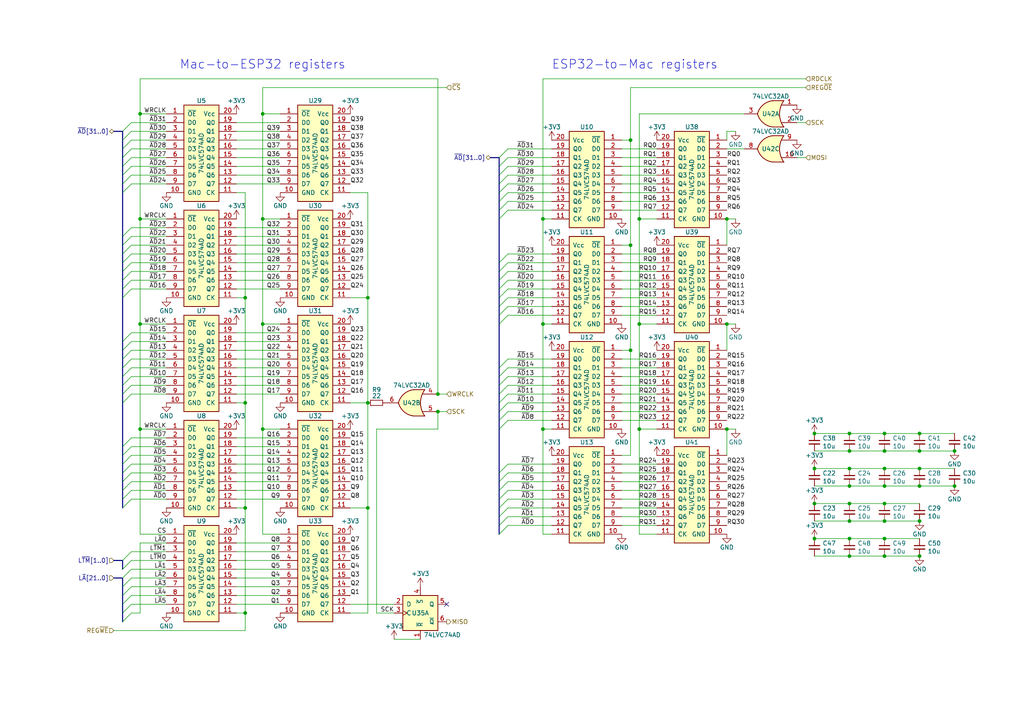
<source format=kicad_sch>
(kicad_sch (version 20211123) (generator eeschema)
  (paper "A4")
  (title_block (title "NuBus-ESP32") (date "2021-11-18") (rev "0.1") (company "Garrett's Workshop"))
  (junction (at 40.64 93.98))
  (junction (at 256.54 151.13))
  (junction (at 76.2 124.46))
  (junction (at 236.22 156.21))
  (junction (at 71.12 116.84))
  (junction (at 157.48 124.46))
  (junction (at 40.64 124.46))
  (junction (at 236.22 146.05))
  (junction (at 246.38 135.89))
  (junction (at 256.54 156.21))
  (junction (at 236.22 125.73))
  (junction (at 246.38 125.73))
  (junction (at 76.2 33.02))
  (junction (at 76.2 93.98))
  (junction (at 127 114.3))
  (junction (at 157.48 93.98))
  (junction (at 266.7 161.29))
  (junction (at 246.38 156.21))
  (junction (at 266.7 135.89))
  (junction (at 256.54 146.05))
  (junction (at 266.7 130.81))
  (junction (at 266.7 151.13))
  (junction (at 106.68 147.32))
  (junction (at 71.12 177.8))
  (junction (at 185.42 63.5))
  (junction (at 40.64 63.5))
  (junction (at 256.54 135.89))
  (junction (at 246.38 151.13))
  (junction (at 182.88 101.6))
  (junction (at 210.82 63.5))
  (junction (at 256.54 130.81))
  (junction (at 236.22 135.89))
  (junction (at 266.7 140.97))
  (junction (at 246.38 161.29))
  (junction (at 185.42 124.46))
  (junction (at 157.48 63.5))
  (junction (at 127 119.38))
  (junction (at 276.86 140.97))
  (junction (at 246.38 146.05))
  (junction (at 246.38 140.97))
  (junction (at 106.68 116.84))
  (junction (at 71.12 86.36))
  (junction (at 71.12 147.32))
  (junction (at 182.88 40.64))
  (junction (at 266.7 125.73))
  (junction (at 76.2 63.5))
  (junction (at 256.54 140.97))
  (junction (at 210.82 93.98))
  (junction (at 182.88 71.12))
  (junction (at 40.64 33.02))
  (junction (at 185.42 93.98))
  (junction (at 106.68 86.36))
  (junction (at 246.38 130.81))
  (junction (at 210.82 124.46))
  (junction (at 256.54 125.73))
  (junction (at 276.86 130.81))
  (junction (at 256.54 161.29))
  (no_connect (at 129.54 175.26))
  (bus_entry (at 35.56 137.16) (size 2.54 -2.54))
  (bus_entry (at 35.56 50.8) (size 2.54 -2.54))
  (bus_entry (at 144.78 91.44) (size 2.54 -2.54))
  (bus_entry (at 144.78 154.94) (size 2.54 -2.54))
  (bus_entry (at 35.56 68.58) (size 2.54 -2.54))
  (bus_entry (at 144.78 48.26) (size 2.54 -2.54))
  (bus_entry (at 35.56 78.74) (size 2.54 -2.54))
  (bus_entry (at 35.56 43.18) (size 2.54 -2.54))
  (bus_entry (at 35.56 38.1) (size 2.54 -2.54))
  (bus_entry (at 35.56 139.7) (size 2.54 -2.54))
  (bus_entry (at 35.56 162.56) (size 2.54 -2.54))
  (bus_entry (at 35.56 147.32) (size 2.54 -2.54))
  (bus_entry (at 35.56 132.08) (size 2.54 -2.54))
  (bus_entry (at 35.56 99.06) (size 2.54 -2.54))
  (bus_entry (at 35.56 165.1) (size 2.54 -2.54))
  (bus_entry (at 35.56 40.64) (size 2.54 -2.54))
  (bus_entry (at 144.78 55.88) (size 2.54 -2.54))
  (bus_entry (at 144.78 78.74) (size 2.54 -2.54))
  (bus_entry (at 144.78 50.8) (size 2.54 -2.54))
  (bus_entry (at 144.78 53.34) (size 2.54 -2.54))
  (bus_entry (at 144.78 111.76) (size 2.54 -2.54))
  (bus_entry (at 35.56 55.88) (size 2.54 -2.54))
  (bus_entry (at 144.78 58.42) (size 2.54 -2.54))
  (bus_entry (at 35.56 177.8) (size 2.54 -2.54))
  (bus_entry (at 35.56 109.22) (size 2.54 -2.54))
  (bus_entry (at 35.56 53.34) (size 2.54 -2.54))
  (bus_entry (at 35.56 86.36) (size 2.54 -2.54))
  (bus_entry (at 144.78 81.28) (size 2.54 -2.54))
  (bus_entry (at 35.56 172.72) (size 2.54 -2.54))
  (bus_entry (at 35.56 111.76) (size 2.54 -2.54))
  (bus_entry (at 144.78 147.32) (size 2.54 -2.54))
  (bus_entry (at 144.78 114.3) (size 2.54 -2.54))
  (bus_entry (at 35.56 71.12) (size 2.54 -2.54))
  (bus_entry (at 35.56 129.54) (size 2.54 -2.54))
  (bus_entry (at 35.56 116.84) (size 2.54 -2.54))
  (bus_entry (at 144.78 88.9) (size 2.54 -2.54))
  (bus_entry (at 35.56 48.26) (size 2.54 -2.54))
  (bus_entry (at 35.56 45.72) (size 2.54 -2.54))
  (bus_entry (at 35.56 170.18) (size 2.54 -2.54))
  (bus_entry (at 35.56 142.24) (size 2.54 -2.54))
  (bus_entry (at 144.78 76.2) (size 2.54 -2.54))
  (bus_entry (at 35.56 144.78) (size 2.54 -2.54))
  (bus_entry (at 144.78 45.72) (size 2.54 -2.54))
  (bus_entry (at 35.56 114.3) (size 2.54 -2.54))
  (bus_entry (at 144.78 149.86) (size 2.54 -2.54))
  (bus_entry (at 144.78 106.68) (size 2.54 -2.54))
  (bus_entry (at 144.78 116.84) (size 2.54 -2.54))
  (bus_entry (at 144.78 83.82) (size 2.54 -2.54))
  (bus_entry (at 35.56 73.66) (size 2.54 -2.54))
  (bus_entry (at 144.78 109.22) (size 2.54 -2.54))
  (bus_entry (at 144.78 119.38) (size 2.54 -2.54))
  (bus_entry (at 144.78 142.24) (size 2.54 -2.54))
  (bus_entry (at 144.78 144.78) (size 2.54 -2.54))
  (bus_entry (at 35.56 76.2) (size 2.54 -2.54))
  (bus_entry (at 144.78 137.16) (size 2.54 -2.54))
  (bus_entry (at 144.78 139.7) (size 2.54 -2.54))
  (bus_entry (at 35.56 180.34) (size 2.54 -2.54))
  (bus_entry (at 35.56 175.26) (size 2.54 -2.54))
  (bus_entry (at 35.56 106.68) (size 2.54 -2.54))
  (bus_entry (at 35.56 104.14) (size 2.54 -2.54))
  (bus_entry (at 144.78 60.96) (size 2.54 -2.54))
  (bus_entry (at 35.56 101.6) (size 2.54 -2.54))
  (bus_entry (at 144.78 152.4) (size 2.54 -2.54))
  (bus_entry (at 144.78 124.46) (size 2.54 -2.54))
  (bus_entry (at 35.56 167.64) (size 2.54 -2.54))
  (bus_entry (at 35.56 81.28) (size 2.54 -2.54))
  (bus_entry (at 144.78 86.36) (size 2.54 -2.54))
  (bus_entry (at 144.78 63.5) (size 2.54 -2.54))
  (bus_entry (at 144.78 121.92) (size 2.54 -2.54))
  (bus_entry (at 144.78 93.98) (size 2.54 -2.54))
  (bus_entry (at 35.56 83.82) (size 2.54 -2.54))
  (bus_entry (at 35.56 134.62) (size 2.54 -2.54))
  (wire (pts (xy 190.5 142.24) (xy 180.34 142.24)))
  (wire (pts (xy 190.5 88.9) (xy 180.34 88.9)))
  (wire (pts (xy 157.48 124.46) (xy 160.02 124.46)))
  (wire (pts (xy 190.5 78.74) (xy 180.34 78.74)))
  (wire (pts (xy 157.48 124.46) (xy 157.48 154.94)))
  (wire (pts (xy 38.1 111.76) (xy 48.26 111.76)))
  (bus (pts (xy 33.02 162.56) (xy 35.56 162.56)))
  (wire (pts (xy 68.58 66.04) (xy 81.28 66.04)))
  (wire (pts (xy 236.22 156.21) (xy 246.38 156.21)))
  (bus (pts (xy 35.56 142.24) (xy 35.56 144.78)))
  (wire (pts (xy 33.02 182.88) (xy 71.12 182.88)))
  (wire (pts (xy 210.82 63.5) (xy 210.82 71.12)))
  (bus (pts (xy 35.56 116.84) (xy 35.56 129.54)))
  (wire (pts (xy 266.7 130.81) (xy 276.86 130.81)))
  (wire (pts (xy 40.64 63.5) (xy 48.26 63.5)))
  (bus (pts (xy 35.56 50.8) (xy 35.56 53.34)))
  (bus (pts (xy 35.56 43.18) (xy 35.56 45.72)))
  (wire (pts (xy 38.1 142.24) (xy 48.26 142.24)))
  (wire (pts (xy 40.64 157.48) (xy 40.64 177.8)))
  (wire (pts (xy 81.28 99.06) (xy 68.58 99.06)))
  (wire (pts (xy 38.1 73.66) (xy 48.26 73.66)))
  (bus (pts (xy 35.56 101.6) (xy 35.56 104.14)))
  (wire (pts (xy 147.32 53.34) (xy 160.02 53.34)))
  (wire (pts (xy 246.38 161.29) (xy 236.22 161.29)))
  (wire (pts (xy 185.42 93.98) (xy 190.5 93.98)))
  (wire (pts (xy 38.1 104.14) (xy 48.26 104.14)))
  (wire (pts (xy 147.32 149.86) (xy 160.02 149.86)))
  (wire (pts (xy 71.12 147.32) (xy 68.58 147.32)))
  (wire (pts (xy 71.12 86.36) (xy 71.12 116.84)))
  (bus (pts (xy 144.78 81.28) (xy 144.78 83.82)))
  (wire (pts (xy 190.5 104.14) (xy 180.34 104.14)))
  (bus (pts (xy 144.78 114.3) (xy 144.78 116.84)))
  (bus (pts (xy 144.78 50.8) (xy 144.78 53.34)))
  (wire (pts (xy 48.26 93.98) (xy 40.64 93.98)))
  (wire (pts (xy 101.6 175.26) (xy 114.3 175.26)))
  (wire (pts (xy 48.26 45.72) (xy 38.1 45.72)))
  (wire (pts (xy 68.58 172.72) (xy 81.28 172.72)))
  (bus (pts (xy 144.78 106.68) (xy 144.78 109.22)))
  (wire (pts (xy 48.26 154.94) (xy 40.64 154.94)))
  (bus (pts (xy 144.78 48.26) (xy 144.78 50.8)))
  (bus (pts (xy 144.78 152.4) (xy 144.78 154.94)))
  (bus (pts (xy 144.78 139.7) (xy 144.78 142.24)))
  (bus (pts (xy 35.56 134.62) (xy 35.56 137.16)))
  (wire (pts (xy 71.12 147.32) (xy 71.12 116.84)))
  (bus (pts (xy 35.56 172.72) (xy 35.56 175.26)))
  (wire (pts (xy 246.38 125.73) (xy 236.22 125.73)))
  (wire (pts (xy 147.32 139.7) (xy 160.02 139.7)))
  (wire (pts (xy 157.48 22.86) (xy 233.68 22.86)))
  (wire (pts (xy 68.58 157.48) (xy 81.28 157.48)))
  (bus (pts (xy 35.56 132.08) (xy 35.56 134.62)))
  (wire (pts (xy 147.32 109.22) (xy 160.02 109.22)))
  (bus (pts (xy 144.78 86.36) (xy 144.78 88.9)))
  (wire (pts (xy 147.32 152.4) (xy 160.02 152.4)))
  (wire (pts (xy 213.36 38.1) (xy 210.82 38.1)))
  (bus (pts (xy 35.56 129.54) (xy 35.56 132.08)))
  (bus (pts (xy 35.56 167.64) (xy 35.56 170.18)))
  (wire (pts (xy 40.64 93.98) (xy 40.64 63.5)))
  (bus (pts (xy 144.78 93.98) (xy 144.78 106.68)))
  (wire (pts (xy 129.54 25.4) (xy 76.2 25.4)))
  (bus (pts (xy 35.56 114.3) (xy 35.56 116.84)))
  (wire (pts (xy 256.54 140.97) (xy 266.7 140.97)))
  (wire (pts (xy 147.32 83.82) (xy 160.02 83.82)))
  (wire (pts (xy 71.12 177.8) (xy 68.58 177.8)))
  (bus (pts (xy 144.78 147.32) (xy 144.78 149.86)))
  (wire (pts (xy 81.28 106.68) (xy 68.58 106.68)))
  (wire (pts (xy 68.58 96.52) (xy 81.28 96.52)))
  (wire (pts (xy 256.54 146.05) (xy 266.7 146.05)))
  (bus (pts (xy 144.78 121.92) (xy 144.78 124.46)))
  (bus (pts (xy 144.78 63.5) (xy 144.78 76.2)))
  (wire (pts (xy 81.28 45.72) (xy 68.58 45.72)))
  (wire (pts (xy 40.64 177.8) (xy 38.1 177.8)))
  (wire (pts (xy 71.12 55.88) (xy 71.12 86.36)))
  (wire (pts (xy 182.88 71.12) (xy 182.88 40.64)))
  (wire (pts (xy 68.58 35.56) (xy 81.28 35.56)))
  (wire (pts (xy 38.1 172.72) (xy 48.26 172.72)))
  (wire (pts (xy 68.58 170.18) (xy 81.28 170.18)))
  (wire (pts (xy 68.58 50.8) (xy 81.28 50.8)))
  (wire (pts (xy 190.5 149.86) (xy 180.34 149.86)))
  (wire (pts (xy 81.28 38.1) (xy 68.58 38.1)))
  (wire (pts (xy 68.58 71.12) (xy 81.28 71.12)))
  (wire (pts (xy 147.32 121.92) (xy 160.02 121.92)))
  (bus (pts (xy 144.78 53.34) (xy 144.78 55.88)))
  (wire (pts (xy 48.26 48.26) (xy 38.1 48.26)))
  (wire (pts (xy 68.58 134.62) (xy 81.28 134.62)))
  (wire (pts (xy 68.58 73.66) (xy 81.28 73.66)))
  (bus (pts (xy 35.56 83.82) (xy 35.56 86.36)))
  (wire (pts (xy 38.1 137.16) (xy 48.26 137.16)))
  (wire (pts (xy 48.26 53.34) (xy 38.1 53.34)))
  (wire (pts (xy 106.68 116.84) (xy 106.68 147.32)))
  (wire (pts (xy 185.42 124.46) (xy 190.5 124.46)))
  (wire (pts (xy 215.9 43.18) (xy 210.82 43.18)))
  (bus (pts (xy 144.78 55.88) (xy 144.78 58.42)))
  (wire (pts (xy 185.42 124.46) (xy 185.42 154.94)))
  (wire (pts (xy 68.58 127) (xy 81.28 127)))
  (wire (pts (xy 71.12 182.88) (xy 71.12 177.8)))
  (wire (pts (xy 68.58 139.7) (xy 81.28 139.7)))
  (wire (pts (xy 38.1 162.56) (xy 48.26 162.56)))
  (wire (pts (xy 276.86 135.89) (xy 266.7 135.89)))
  (wire (pts (xy 38.1 175.26) (xy 48.26 175.26)))
  (wire (pts (xy 190.5 116.84) (xy 180.34 116.84)))
  (bus (pts (xy 144.78 88.9) (xy 144.78 91.44)))
  (wire (pts (xy 147.32 104.14) (xy 160.02 104.14)))
  (wire (pts (xy 160.02 63.5) (xy 157.48 63.5)))
  (wire (pts (xy 109.22 124.46) (xy 127 124.46)))
  (wire (pts (xy 68.58 55.88) (xy 71.12 55.88)))
  (wire (pts (xy 68.58 104.14) (xy 81.28 104.14)))
  (wire (pts (xy 190.5 63.5) (xy 185.42 63.5)))
  (wire (pts (xy 76.2 63.5) (xy 81.28 63.5)))
  (bus (pts (xy 144.78 144.78) (xy 144.78 147.32)))
  (wire (pts (xy 147.32 137.16) (xy 160.02 137.16)))
  (wire (pts (xy 190.5 48.26) (xy 180.34 48.26)))
  (wire (pts (xy 236.22 130.81) (xy 246.38 130.81)))
  (wire (pts (xy 38.1 129.54) (xy 48.26 129.54)))
  (wire (pts (xy 68.58 175.26) (xy 81.28 175.26)))
  (bus (pts (xy 144.78 111.76) (xy 144.78 114.3)))
  (wire (pts (xy 38.1 139.7) (xy 48.26 139.7)))
  (wire (pts (xy 190.5 144.78) (xy 180.34 144.78)))
  (wire (pts (xy 106.68 86.36) (xy 106.68 55.88)))
  (wire (pts (xy 190.5 119.38) (xy 180.34 119.38)))
  (bus (pts (xy 35.56 139.7) (xy 35.56 142.24)))
  (wire (pts (xy 147.32 73.66) (xy 160.02 73.66)))
  (bus (pts (xy 35.56 175.26) (xy 35.56 177.8)))
  (wire (pts (xy 157.48 63.5) (xy 157.48 93.98)))
  (wire (pts (xy 38.1 78.74) (xy 48.26 78.74)))
  (wire (pts (xy 256.54 130.81) (xy 266.7 130.81)))
  (wire (pts (xy 71.12 116.84) (xy 68.58 116.84)))
  (wire (pts (xy 190.5 152.4) (xy 180.34 152.4)))
  (wire (pts (xy 68.58 43.18) (xy 81.28 43.18)))
  (wire (pts (xy 109.22 177.8) (xy 114.3 177.8)))
  (wire (pts (xy 190.5 111.76) (xy 180.34 111.76)))
  (wire (pts (xy 68.58 53.34) (xy 81.28 53.34)))
  (wire (pts (xy 68.58 40.64) (xy 81.28 40.64)))
  (wire (pts (xy 40.64 157.48) (xy 48.26 157.48)))
  (wire (pts (xy 48.26 68.58) (xy 38.1 68.58)))
  (bus (pts (xy 144.78 91.44) (xy 144.78 93.98)))
  (wire (pts (xy 147.32 50.8) (xy 160.02 50.8)))
  (bus (pts (xy 35.56 71.12) (xy 35.56 73.66)))
  (wire (pts (xy 190.5 106.68) (xy 180.34 106.68)))
  (wire (pts (xy 147.32 60.96) (xy 160.02 60.96)))
  (wire (pts (xy 182.88 71.12) (xy 180.34 71.12)))
  (wire (pts (xy 106.68 147.32) (xy 106.68 177.8)))
  (wire (pts (xy 182.88 101.6) (xy 182.88 71.12)))
  (wire (pts (xy 147.32 114.3) (xy 160.02 114.3)))
  (wire (pts (xy 266.7 135.89) (xy 256.54 135.89)))
  (bus (pts (xy 35.56 144.78) (xy 35.56 147.32)))
  (wire (pts (xy 185.42 154.94) (xy 190.5 154.94)))
  (wire (pts (xy 190.5 55.88) (xy 180.34 55.88)))
  (wire (pts (xy 246.38 130.81) (xy 256.54 130.81)))
  (wire (pts (xy 68.58 144.78) (xy 81.28 144.78)))
  (wire (pts (xy 236.22 140.97) (xy 246.38 140.97)))
  (wire (pts (xy 129.54 119.38) (xy 127 119.38)))
  (wire (pts (xy 127 22.86) (xy 127 114.3)))
  (bus (pts (xy 35.56 55.88) (xy 35.56 68.58)))
  (wire (pts (xy 185.42 93.98) (xy 185.42 124.46)))
  (bus (pts (xy 35.56 78.74) (xy 35.56 81.28)))
  (wire (pts (xy 190.5 43.18) (xy 180.34 43.18)))
  (wire (pts (xy 71.12 86.36) (xy 68.58 86.36)))
  (wire (pts (xy 147.32 88.9) (xy 160.02 88.9)))
  (wire (pts (xy 40.64 124.46) (xy 40.64 154.94)))
  (bus (pts (xy 33.02 167.64) (xy 35.56 167.64)))
  (wire (pts (xy 48.26 66.04) (xy 38.1 66.04)))
  (wire (pts (xy 266.7 140.97) (xy 276.86 140.97)))
  (wire (pts (xy 210.82 93.98) (xy 210.82 101.6)))
  (wire (pts (xy 213.36 124.46) (xy 210.82 124.46)))
  (wire (pts (xy 38.1 71.12) (xy 48.26 71.12)))
  (wire (pts (xy 190.5 73.66) (xy 180.34 73.66)))
  (wire (pts (xy 147.32 43.18) (xy 160.02 43.18)))
  (wire (pts (xy 101.6 55.88) (xy 106.68 55.88)))
  (wire (pts (xy 190.5 91.44) (xy 180.34 91.44)))
  (bus (pts (xy 35.56 76.2) (xy 35.56 78.74)))
  (wire (pts (xy 147.32 81.28) (xy 160.02 81.28)))
  (wire (pts (xy 38.1 106.68) (xy 48.26 106.68)))
  (bus (pts (xy 35.56 111.76) (xy 35.56 114.3)))
  (wire (pts (xy 190.5 45.72) (xy 180.34 45.72)))
  (wire (pts (xy 246.38 151.13) (xy 236.22 151.13)))
  (wire (pts (xy 48.26 43.18) (xy 38.1 43.18)))
  (wire (pts (xy 38.1 132.08) (xy 48.26 132.08)))
  (bus (pts (xy 35.56 45.72) (xy 35.56 48.26)))
  (wire (pts (xy 38.1 144.78) (xy 48.26 144.78)))
  (wire (pts (xy 48.26 124.46) (xy 40.64 124.46)))
  (bus (pts (xy 35.56 81.28) (xy 35.56 83.82)))
  (wire (pts (xy 68.58 109.22) (xy 81.28 109.22)))
  (wire (pts (xy 147.32 55.88) (xy 160.02 55.88)))
  (wire (pts (xy 68.58 111.76) (xy 81.28 111.76)))
  (wire (pts (xy 81.28 167.64) (xy 68.58 167.64)))
  (wire (pts (xy 147.32 116.84) (xy 160.02 116.84)))
  (wire (pts (xy 71.12 177.8) (xy 71.12 147.32)))
  (wire (pts (xy 185.42 33.02) (xy 215.9 33.02)))
  (wire (pts (xy 76.2 63.5) (xy 76.2 93.98)))
  (wire (pts (xy 190.5 147.32) (xy 180.34 147.32)))
  (wire (pts (xy 38.1 114.3) (xy 48.26 114.3)))
  (wire (pts (xy 68.58 83.82) (xy 81.28 83.82)))
  (wire (pts (xy 38.1 165.1) (xy 48.26 165.1)))
  (wire (pts (xy 81.28 137.16) (xy 68.58 137.16)))
  (wire (pts (xy 190.5 121.92) (xy 180.34 121.92)))
  (wire (pts (xy 127 124.46) (xy 127 119.38)))
  (wire (pts (xy 157.48 93.98) (xy 157.48 124.46)))
  (wire (pts (xy 246.38 146.05) (xy 256.54 146.05)))
  (wire (pts (xy 114.3 185.42) (xy 121.92 185.42)))
  (wire (pts (xy 190.5 137.16) (xy 180.34 137.16)))
  (bus (pts (xy 144.78 78.74) (xy 144.78 81.28)))
  (bus (pts (xy 144.78 109.22) (xy 144.78 111.76)))
  (wire (pts (xy 68.58 114.3) (xy 81.28 114.3)))
  (wire (pts (xy 256.54 125.73) (xy 246.38 125.73)))
  (wire (pts (xy 68.58 48.26) (xy 81.28 48.26)))
  (wire (pts (xy 147.32 91.44) (xy 160.02 91.44)))
  (wire (pts (xy 109.22 177.8) (xy 109.22 124.46)))
  (wire (pts (xy 68.58 165.1) (xy 81.28 165.1)))
  (wire (pts (xy 101.6 86.36) (xy 106.68 86.36)))
  (wire (pts (xy 147.32 144.78) (xy 160.02 144.78)))
  (wire (pts (xy 256.54 151.13) (xy 246.38 151.13)))
  (wire (pts (xy 76.2 63.5) (xy 76.2 33.02)))
  (wire (pts (xy 68.58 132.08) (xy 81.28 132.08)))
  (bus (pts (xy 35.56 53.34) (xy 35.56 55.88)))
  (wire (pts (xy 76.2 25.4) (xy 76.2 33.02)))
  (wire (pts (xy 68.58 162.56) (xy 81.28 162.56)))
  (wire (pts (xy 101.6 147.32) (xy 106.68 147.32)))
  (wire (pts (xy 38.1 127) (xy 48.26 127)))
  (bus (pts (xy 35.56 170.18) (xy 35.56 172.72)))
  (wire (pts (xy 233.68 25.4) (xy 182.88 25.4)))
  (wire (pts (xy 106.68 177.8) (xy 101.6 177.8)))
  (wire (pts (xy 180.34 132.08) (xy 182.88 132.08)))
  (wire (pts (xy 246.38 135.89) (xy 236.22 135.89)))
  (wire (pts (xy 213.36 63.5) (xy 210.82 63.5)))
  (wire (pts (xy 68.58 101.6) (xy 81.28 101.6)))
  (wire (pts (xy 190.5 109.22) (xy 180.34 109.22)))
  (wire (pts (xy 81.28 68.58) (xy 68.58 68.58)))
  (wire (pts (xy 48.26 35.56) (xy 38.1 35.56)))
  (bus (pts (xy 144.78 58.42) (xy 144.78 60.96)))
  (bus (pts (xy 144.78 60.96) (xy 144.78 63.5)))
  (wire (pts (xy 81.28 160.02) (xy 68.58 160.02)))
  (wire (pts (xy 182.88 101.6) (xy 180.34 101.6)))
  (bus (pts (xy 35.56 162.56) (xy 35.56 165.1)))
  (wire (pts (xy 147.32 111.76) (xy 160.02 111.76)))
  (wire (pts (xy 48.26 50.8) (xy 38.1 50.8)))
  (wire (pts (xy 190.5 139.7) (xy 180.34 139.7)))
  (wire (pts (xy 38.1 81.28) (xy 48.26 81.28)))
  (wire (pts (xy 276.86 125.73) (xy 266.7 125.73)))
  (bus (pts (xy 144.78 142.24) (xy 144.78 144.78)))
  (wire (pts (xy 38.1 96.52) (xy 48.26 96.52)))
  (bus (pts (xy 35.56 73.66) (xy 35.56 76.2)))
  (wire (pts (xy 38.1 99.06) (xy 48.26 99.06)))
  (wire (pts (xy 185.42 63.5) (xy 185.42 93.98)))
  (bus (pts (xy 144.78 83.82) (xy 144.78 86.36)))
  (wire (pts (xy 190.5 83.82) (xy 180.34 83.82)))
  (wire (pts (xy 157.48 93.98) (xy 160.02 93.98)))
  (bus (pts (xy 144.78 137.16) (xy 144.78 139.7)))
  (wire (pts (xy 38.1 160.02) (xy 48.26 160.02)))
  (bus (pts (xy 144.78 119.38) (xy 144.78 121.92)))
  (wire (pts (xy 40.64 22.86) (xy 40.64 33.02)))
  (wire (pts (xy 190.5 134.62) (xy 180.34 134.62)))
  (bus (pts (xy 35.56 137.16) (xy 35.56 139.7)))
  (wire (pts (xy 147.32 106.68) (xy 160.02 106.68)))
  (wire (pts (xy 266.7 125.73) (xy 256.54 125.73)))
  (wire (pts (xy 38.1 134.62) (xy 48.26 134.62)))
  (wire (pts (xy 190.5 50.8) (xy 180.34 50.8)))
  (bus (pts (xy 35.56 104.14) (xy 35.56 106.68)))
  (wire (pts (xy 147.32 142.24) (xy 160.02 142.24)))
  (wire (pts (xy 38.1 83.82) (xy 48.26 83.82)))
  (wire (pts (xy 233.68 35.56) (xy 231.14 35.56)))
  (wire (pts (xy 266.7 161.29) (xy 256.54 161.29)))
  (wire (pts (xy 68.58 81.28) (xy 81.28 81.28)))
  (wire (pts (xy 38.1 167.64) (xy 48.26 167.64)))
  (wire (pts (xy 48.26 170.18) (xy 38.1 170.18)))
  (wire (pts (xy 190.5 76.2) (xy 180.34 76.2)))
  (bus (pts (xy 144.78 116.84) (xy 144.78 119.38)))
  (wire (pts (xy 81.28 33.02) (xy 76.2 33.02)))
  (bus (pts (xy 144.78 76.2) (xy 144.78 78.74)))
  (wire (pts (xy 182.88 132.08) (xy 182.88 101.6)))
  (wire (pts (xy 147.32 78.74) (xy 160.02 78.74)))
  (wire (pts (xy 190.5 86.36) (xy 180.34 86.36)))
  (wire (pts (xy 246.38 156.21) (xy 256.54 156.21)))
  (wire (pts (xy 190.5 114.3) (xy 180.34 114.3)))
  (bus (pts (xy 35.56 109.22) (xy 35.56 111.76)))
  (wire (pts (xy 246.38 140.97) (xy 256.54 140.97)))
  (wire (pts (xy 182.88 25.4) (xy 182.88 40.64)))
  (wire (pts (xy 48.26 40.64) (xy 38.1 40.64)))
  (wire (pts (xy 81.28 76.2) (xy 68.58 76.2)))
  (wire (pts (xy 38.1 101.6) (xy 48.26 101.6)))
  (bus (pts (xy 35.56 40.64) (xy 35.56 43.18)))
  (wire (pts (xy 48.26 38.1) (xy 38.1 38.1)))
  (wire (pts (xy 68.58 142.24) (xy 81.28 142.24)))
  (wire (pts (xy 40.64 63.5) (xy 40.64 33.02)))
  (wire (pts (xy 40.64 33.02) (xy 48.26 33.02)))
  (bus (pts (xy 142.24 45.72) (xy 144.78 45.72)))
  (bus (pts (xy 35.56 38.1) (xy 35.56 40.64)))
  (wire (pts (xy 38.1 76.2) (xy 48.26 76.2)))
  (wire (pts (xy 68.58 78.74) (xy 81.28 78.74)))
  (wire (pts (xy 266.7 151.13) (xy 256.54 151.13)))
  (bus (pts (xy 35.56 99.06) (xy 35.56 101.6)))
  (wire (pts (xy 40.64 124.46) (xy 40.64 93.98)))
  (wire (pts (xy 147.32 86.36) (xy 160.02 86.36)))
  (wire (pts (xy 190.5 81.28) (xy 180.34 81.28)))
  (wire (pts (xy 185.42 63.5) (xy 185.42 33.02)))
  (wire (pts (xy 157.48 63.5) (xy 157.48 22.86)))
  (wire (pts (xy 38.1 109.22) (xy 48.26 109.22)))
  (wire (pts (xy 106.68 86.36) (xy 106.68 116.84)))
  (bus (pts (xy 144.78 124.46) (xy 144.78 137.16)))
  (bus (pts (xy 35.56 86.36) (xy 35.56 99.06)))
  (wire (pts (xy 256.54 135.89) (xy 246.38 135.89)))
  (wire (pts (xy 81.28 93.98) (xy 76.2 93.98)))
  (wire (pts (xy 76.2 93.98) (xy 76.2 124.46)))
  (wire (pts (xy 182.88 40.64) (xy 180.34 40.64)))
  (wire (pts (xy 190.5 53.34) (xy 180.34 53.34)))
  (bus (pts (xy 35.56 106.68) (xy 35.56 109.22)))
  (wire (pts (xy 81.28 154.94) (xy 76.2 154.94)))
  (bus (pts (xy 33.02 38.1) (xy 35.56 38.1)))
  (bus (pts (xy 144.78 149.86) (xy 144.78 152.4)))
  (wire (pts (xy 147.32 76.2) (xy 160.02 76.2)))
  (wire (pts (xy 190.5 58.42) (xy 180.34 58.42)))
  (wire (pts (xy 101.6 116.84) (xy 106.68 116.84)))
  (wire (pts (xy 157.48 154.94) (xy 160.02 154.94)))
  (wire (pts (xy 81.28 124.46) (xy 76.2 124.46)))
  (bus (pts (xy 35.56 68.58) (xy 35.56 71.12)))
  (wire (pts (xy 231.14 45.72) (xy 233.68 45.72)))
  (wire (pts (xy 147.32 48.26) (xy 160.02 48.26)))
  (bus (pts (xy 144.78 45.72) (xy 144.78 48.26)))
  (wire (pts (xy 190.5 60.96) (xy 180.34 60.96)))
  (wire (pts (xy 147.32 134.62) (xy 160.02 134.62)))
  (wire (pts (xy 256.54 161.29) (xy 246.38 161.29)))
  (wire (pts (xy 147.32 119.38) (xy 160.02 119.38)))
  (wire (pts (xy 147.32 147.32) (xy 160.02 147.32)))
  (wire (pts (xy 210.82 124.46) (xy 210.82 132.08)))
  (wire (pts (xy 147.32 58.42) (xy 160.02 58.42)))
  (wire (pts (xy 147.32 45.72) (xy 160.02 45.72)))
  (wire (pts (xy 236.22 146.05) (xy 246.38 146.05)))
  (wire (pts (xy 127 22.86) (xy 40.64 22.86)))
  (wire (pts (xy 129.54 114.3) (xy 127 114.3)))
  (bus (pts (xy 35.56 177.8) (xy 35.56 180.34)))
  (wire (pts (xy 76.2 124.46) (xy 76.2 154.94)))
  (wire (pts (xy 210.82 38.1) (xy 210.82 40.64)))
  (wire (pts (xy 213.36 93.98) (xy 210.82 93.98)))
  (bus (pts (xy 35.56 48.26) (xy 35.56 50.8)))
  (wire (pts (xy 81.28 129.54) (xy 68.58 129.54)))
  (wire (pts (xy 256.54 156.21) (xy 266.7 156.21)))
  (text "ESP32-to-Mac registers" (at 160.02 20.32 0) (effects (font (size 2.54 2.54)) (justify left bottom)))
  (text "Mac-to-ESP32 registers" (at 52.07 20.32 0) (effects (font (size 2.54 2.54)) (justify left bottom)))
  (label "Q34" (at 81.28 50.8 180))
  (label "L~{TM}1" (at 48.26 160.02 180))
  (label "RQ2" (at 190.5 48.26 180))
  (label "RQ25" (at 190.5 137.16 180))
  (label "~{AD}19" (at 154.94 83.82 180))
  (label "RQ8" (at 190.5 73.66 180))
  (label "~{AD}28" (at 154.94 50.8 180))
  (label "~{AD}14" (at 154.94 106.68 180))
  (label "RQ11" (at 210.82 83.82 0))
  (label "Q36" (at 81.28 45.72 180))
  (label "~{AD}7" (at 154.94 134.62 180))
  (label "L~{A}0" (at 48.26 157.48 180))
  (label "Q29" (at 101.6 71.12 0))
  (label "~{AD}27" (at 48.26 45.72 180))
  (label "~{AD}26" (at 48.26 48.26 180))
  (label "Q14" (at 101.6 129.54 0))
  (label "SCK" (at 114.3 177.8 180))
  (label "~{AD}20" (at 154.94 81.28 180))
  (label "~{AD}0" (at 154.94 152.4 180))
  (label "L~{A}2" (at 48.26 167.64 180))
  (label "L~{A}3" (at 48.26 170.18 180))
  (label "RQ7" (at 190.5 60.96 180))
  (label "Q14" (at 81.28 132.08 180))
  (label "~{AD}22" (at 48.26 68.58 180))
  (label "~{AD}26" (at 154.94 55.88 180))
  (label "RQ16" (at 210.82 106.68 0))
  (label "RQ3" (at 210.82 53.34 0))
  (label "RQ27" (at 210.82 144.78 0))
  (label "~{AD}5" (at 48.26 132.08 180))
  (label "RQ0" (at 190.5 43.18 180))
  (label "RQ12" (at 190.5 83.82 180))
  (label "RQ17" (at 210.82 109.22 0))
  (label "~{AD}29" (at 48.26 40.64 180))
  (label "RQ27" (at 190.5 142.24 180))
  (label "RQ14" (at 210.82 91.44 0))
  (label "~{AD}11" (at 48.26 106.68 180))
  (label "RQ26" (at 210.82 142.24 0))
  (label "RQ5" (at 210.82 58.42 0))
  (label "Q32" (at 81.28 66.04 180))
  (label "~{AD}10" (at 154.94 116.84 180))
  (label "Q22" (at 81.28 101.6 180))
  (label "WRCLK" (at 48.26 63.5 180))
  (label "Q26" (at 101.6 78.74 0))
  (label "RQ23" (at 190.5 121.92 180))
  (label "RQ31" (at 190.5 152.4 180))
  (label "L~{A}4" (at 48.26 172.72 180))
  (label "RQ20" (at 210.82 116.84 0))
  (label "Q8" (at 101.6 144.78 0))
  (label "~{AD}17" (at 48.26 81.28 180))
  (label "RQ17" (at 190.5 106.68 180))
  (label "RQ4" (at 210.82 55.88 0))
  (label "Q7" (at 101.6 157.48 0))
  (label "~{AD}17" (at 154.94 88.9 180))
  (label "RQ28" (at 210.82 147.32 0))
  (label "~{AD}10" (at 48.26 109.22 180))
  (label "~{AD}13" (at 154.94 109.22 180))
  (label "RQ15" (at 210.82 104.14 0))
  (label "Q38" (at 81.28 40.64 180))
  (label "L~{TM}0" (at 48.26 162.56 180))
  (label "Q28" (at 81.28 76.2 180))
  (label "Q13" (at 101.6 132.08 0))
  (label "~{AD}11" (at 154.94 114.3 180))
  (label "RQ6" (at 210.82 60.96 0))
  (label "Q31" (at 81.28 68.58 180))
  (label "Q17" (at 101.6 111.76 0))
  (label "Q9" (at 81.28 144.78 180))
  (label "Q10" (at 101.6 139.7 0))
  (label "L~{A}1" (at 48.26 165.1 180))
  (label "~{AD}15" (at 154.94 104.14 180))
  (label "RQ9" (at 190.5 76.2 180))
  (label "RQ18" (at 190.5 109.22 180))
  (label "Q35" (at 81.28 48.26 180))
  (label "Q38" (at 101.6 38.1 0))
  (label "RQ20" (at 190.5 114.3 180))
  (label "RQ9" (at 210.82 78.74 0))
  (label "RQ13" (at 210.82 88.9 0))
  (label "RQ19" (at 190.5 111.76 180))
  (label "Q26" (at 81.28 81.28 180))
  (label "RQ7" (at 210.82 73.66 0))
  (label "Q15" (at 81.28 129.54 180))
  (label "~{AD}9" (at 154.94 119.38 180))
  (label "RQ15" (at 190.5 91.44 180))
  (label "RQ22" (at 210.82 121.92 0))
  (label "L~{A}5" (at 48.26 175.26 180))
  (label "RQ21" (at 190.5 116.84 180))
  (label "WRCLK" (at 48.26 33.02 180))
  (label "Q1" (at 101.6 172.72 0))
  (label "CS" (at 48.26 154.94 180))
  (label "RQ18" (at 210.82 111.76 0))
  (label "~{AD}4" (at 154.94 142.24 180))
  (label "Q2" (at 81.28 172.72 180))
  (label "Q29" (at 81.28 73.66 180))
  (label "RQ22" (at 190.5 119.38 180))
  (label "RQ14" (at 190.5 88.9 180))
  (label "~{AD}18" (at 48.26 78.74 180))
  (label "Q30" (at 101.6 68.58 0))
  (label "~{AD}31" (at 48.26 35.56 180))
  (label "~{AD}25" (at 154.94 58.42 180))
  (label "Q6" (at 101.6 160.02 0))
  (label "~{AD}3" (at 48.26 137.16 180))
  (label "RQ10" (at 210.82 81.28 0))
  (label "Q2" (at 101.6 170.18 0))
  (label "~{AD}23" (at 48.26 66.04 180))
  (label "Q18" (at 101.6 109.22 0))
  (label "~{AD}21" (at 48.26 71.12 180))
  (label "Q3" (at 81.28 170.18 180))
  (label "Q39" (at 101.6 35.56 0))
  (label "Q3" (at 101.6 167.64 0))
  (label "Q6" (at 81.28 162.56 180))
  (label "Q9" (at 101.6 142.24 0))
  (label "Q12" (at 81.28 137.16 180))
  (label "~{AD}2" (at 154.94 147.32 180))
  (label "~{AD}9" (at 48.26 111.76 180))
  (label "RQ30" (at 210.82 152.4 0))
  (label "RQ30" (at 190.5 149.86 180))
  (label "RQ6" (at 190.5 58.42 180))
  (label "Q19" (at 81.28 109.22 180))
  (label "RQ28" (at 190.5 144.78 180))
  (label "RQ24" (at 190.5 134.62 180))
  (label "Q16" (at 101.6 114.3 0))
  (label "RQ10" (at 190.5 78.74 180))
  (label "~{AD}1" (at 154.94 149.86 180))
  (label "RQ23" (at 210.82 134.62 0))
  (label "Q10" (at 81.28 142.24 180))
  (label "~{AD}16" (at 48.26 83.82 180))
  (label "WRCLK" (at 48.26 93.98 180))
  (label "Q33" (at 81.28 53.34 180))
  (label "RQ26" (at 190.5 139.7 180))
  (label "RQ2" (at 210.82 50.8 0))
  (label "~{AD}6" (at 154.94 137.16 180))
  (label "Q5" (at 81.28 165.1 180))
  (label "~{AD}29" (at 154.94 48.26 180))
  (label "~{AD}21" (at 154.94 78.74 180))
  (label "RQ13" (at 190.5 86.36 180))
  (label "Q19" (at 101.6 106.68 0))
  (label "~{AD}5" (at 154.94 139.7 180))
  (label "Q36" (at 101.6 43.18 0))
  (label "~{AD}1" (at 48.26 142.24 180))
  (label "~{AD}30" (at 48.26 38.1 180))
  (label "Q27" (at 81.28 78.74 180))
  (label "RQ21" (at 210.82 119.38 0))
  (label "RQ8" (at 210.82 76.2 0))
  (label "RQ1" (at 190.5 45.72 180))
  (label "RQ16" (at 190.5 104.14 180))
  (label "~{AD}28" (at 48.26 43.18 180))
  (label "Q7" (at 81.28 160.02 180))
  (label "RQ29" (at 210.82 149.86 0))
  (label "Q17" (at 81.28 114.3 180))
  (label "~{AD}12" (at 154.94 111.76 180))
  (label "~{AD}23" (at 154.94 73.66 180))
  (label "~{AD}14" (at 48.26 99.06 180))
  (label "Q15" (at 101.6 127 0))
  (label "Q25" (at 101.6 81.28 0))
  (label "Q35" (at 101.6 45.72 0))
  (label "Q37" (at 101.6 40.64 0))
  (label "Q13" (at 81.28 134.62 180))
  (label "Q1" (at 81.28 175.26 180))
  (label "Q30" (at 81.28 71.12 180))
  (label "~{AD}13" (at 48.26 101.6 180))
  (label "Q25" (at 81.28 83.82 180))
  (label "Q24" (at 101.6 83.82 0))
  (label "~{AD}30" (at 154.94 45.72 180))
  (label "~{AD}6" (at 48.26 129.54 180))
  (label "Q8" (at 81.28 157.48 180))
  (label "RQ1" (at 210.82 48.26 0))
  (label "RQ0" (at 210.82 45.72 0))
  (label "Q20" (at 81.28 106.68 180))
  (label "Q11" (at 81.28 139.7 180))
  (label "RQ3" (at 190.5 50.8 180))
  (label "Q22" (at 101.6 99.06 0))
  (label "Q4" (at 101.6 165.1 0))
  (label "RQ12" (at 210.82 86.36 0))
  (label "Q21" (at 101.6 101.6 0))
  (label "RQ24" (at 210.82 137.16 0))
  (label "Q21" (at 81.28 104.14 180))
  (label "Q33" (at 101.6 50.8 0))
  (label "Q27" (at 101.6 76.2 0))
  (label "Q39" (at 81.28 38.1 180))
  (label "Q24" (at 81.28 96.52 180))
  (label "~{AD}0" (at 48.26 144.78 180))
  (label "RQ25" (at 210.82 139.7 0))
  (label "~{AD}15" (at 48.26 96.52 180))
  (label "~{AD}2" (at 48.26 139.7 180))
  (label "~{AD}18" (at 154.94 86.36 180))
  (label "~{AD}4" (at 48.26 134.62 180))
  (label "~{AD}22" (at 154.94 76.2 180))
  (label "RQ11" (at 190.5 81.28 180))
  (label "RQ5" (at 190.5 55.88 180))
  (label "Q37" (at 81.28 43.18 180))
  (label "~{AD}24" (at 154.94 60.96 180))
  (label "~{AD}12" (at 48.26 104.14 180))
  (label "RQ4" (at 190.5 53.34 180))
  (label "Q11" (at 101.6 137.16 0))
  (label "Q18" (at 81.28 111.76 180))
  (label "RQ19" (at 210.82 114.3 0))
  (label "Q34" (at 101.6 48.26 0))
  (label "~{AD}16" (at 154.94 91.44 180))
  (label "Q28" (at 101.6 73.66 0))
  (label "~{AD}31" (at 154.94 43.18 180))
  (label "~{AD}7" (at 48.26 127 180))
  (label "Q31" (at 101.6 66.04 0))
  (label "Q32" (at 101.6 53.34 0))
  (label "~{AD}25" (at 48.26 50.8 180))
  (label "RQ29" (at 190.5 147.32 180))
  (label "Q23" (at 101.6 96.52 0))
  (label "~{AD}19" (at 48.26 76.2 180))
  (label "~{AD}20" (at 48.26 73.66 180))
  (label "Q16" (at 81.28 127 180))
  (label "Q23" (at 81.28 99.06 180))
  (label "~{AD}8" (at 154.94 121.92 180))
  (label "WRCLK" (at 48.26 124.46 180))
  (label "Q20" (at 101.6 104.14 0))
  (label "Q5" (at 101.6 162.56 0))
  (label "~{AD}8" (at 48.26 114.3 180))
  (label "~{AD}24" (at 48.26 53.34 180))
  (label "Q12" (at 101.6 134.62 0))
  (label "~{AD}3" (at 154.94 144.78 180))
  (label "Q4" (at 81.28 167.64 180))
  (label "~{AD}27" (at 154.94 53.34 180))
  (hierarchical_label "REG~{OE}" (shape input) (at 233.68 25.4 0))
  (hierarchical_label "~{CS}" (shape input) (at 129.54 25.4 0))
  (hierarchical_label "MOSI" (shape input) (at 233.68 45.72 0))
  (hierarchical_label "SCK" (shape input) (at 233.68 35.56 0))
  (hierarchical_label "L~{TM}[1..0]" (shape input) (at 33.02 162.56 180))
  (hierarchical_label "SCK" (shape input) (at 129.54 119.38 0))
  (hierarchical_label "~{AD}[31..0]" (shape bidirectional) (at 33.02 38.1 180))
  (hierarchical_label "MISO" (shape output) (at 129.54 180.34 0))
  (hierarchical_label "REG~{WE}" (shape input) (at 33.02 182.88 180))
  (hierarchical_label "L~{A}[21..0]" (shape input) (at 33.02 167.64 180))
  (hierarchical_label "WRCLK" (shape input) (at 129.54 114.3 0))
  (hierarchical_label "~{AD}[31..0]" (shape bidirectional) (at 142.24 45.72 180))
  (hierarchical_label "RDCLK" (shape input) (at 233.68 22.86 0))
  (symbol (lib_id "GW_Logic:74574") (at 200.66 52.07 0) (mirror y) (unit 1)
    (property "Reference" "U38" (at 200.66 36.83 0))
    (property "Value" "74LVC574AD" (at 200.66 52.07 90))
    (property "Footprint" "stdpads:SOIC-20W_7.5mm" (effects hide))
    (property "LCSC Part" "C6097" (effects hide))
  )
  (symbol (lib_id "GW_Logic:74574") (at 200.66 82.55 0) (mirror y) (unit 1)
    (property "Reference" "U39" (at 200.66 67.31 0))
    (property "Value" "74LVC574AD" (at 200.66 82.55 90))
    (property "Footprint" "stdpads:SOIC-20W_7.5mm" (effects hide))
    (property "LCSC Part" "C6097" (effects hide))
  )
  (symbol (lib_id "GW_Logic:74574") (at 200.66 113.03 0) (mirror y) (unit 1)
    (property "Reference" "U40" (at 200.66 97.79 0))
    (property "Value" "74LVC574AD" (at 200.66 113.03 90))
    (property "Footprint" "stdpads:SOIC-20W_7.5mm" (effects hide))
    (property "LCSC Part" "C6097" (effects hide))
  )
  (symbol (lib_id "GW_Logic:74574") (at 200.66 143.51 0) (mirror y) (unit 1)
    (property "Reference" "U41" (at 200.66 128.27 0))
    (property "Value" "74LVC574AD" (at 200.66 143.51 90))
    (property "Footprint" "stdpads:SOIC-20W_7.5mm" (effects hide))
    (property "LCSC Part" "C6097" (effects hide))
  )
  (symbol (lib_id "GW_Logic:74574") (at 170.18 52.07 0) (mirror y) (unit 1)
    (property "Reference" "U10" (at 170.18 36.83 0))
    (property "Value" "74LVC574AD" (at 170.18 52.07 90))
    (property "Footprint" "stdpads:SOIC-20W_7.5mm" (effects hide))
    (property "LCSC Part" "C6097" (effects hide))
  )
  (symbol (lib_id "GW_Logic:74574") (at 170.18 82.55 0) (mirror y) (unit 1)
    (property "Reference" "U11" (at 170.18 67.31 0))
    (property "Value" "74LVC574AD" (at 170.18 82.55 90))
    (property "Footprint" "stdpads:SOIC-20W_7.5mm" (effects hide))
    (property "LCSC Part" "C6097" (effects hide))
  )
  (symbol (lib_id "GW_Logic:74574") (at 170.18 113.03 0) (mirror y) (unit 1)
    (property "Reference" "U12" (at 170.18 97.79 0))
    (property "Value" "74LVC574AD" (at 170.18 113.03 90))
    (property "Footprint" "stdpads:SOIC-20W_7.5mm" (effects hide))
    (property "LCSC Part" "C6097" (effects hide))
  )
  (symbol (lib_id "GW_Logic:74574") (at 170.18 143.51 0) (mirror y) (unit 1)
    (property "Reference" "U13" (at 170.18 128.27 0))
    (property "Value" "74LVC574AD" (at 170.18 143.51 90))
    (property "Footprint" "stdpads:SOIC-20W_7.5mm" (effects hide))
    (property "LCSC Part" "C6097" (effects hide))
  )
  (symbol (lib_id "power:+3V3") (at 236.22 146.05 0) (mirror y)
    (property "Reference" "#PWR0198" (effects hide))
    (property "Value" "+3V3" (at 236.22 142.24 0))
  )
  (symbol (lib_id "Device:C_Small") (at 236.22 148.59 0) (mirror y)
    (property "Reference" "C23" (at 238.5568 147.4216 0) (effects (justify right)))
    (property "Value" "10u" (at 238.5568 149.733 0) (effects (justify right)))
    (property "Footprint" "stdpads:C_0805" (effects hide))
    (property "LCSC Part" "C15850" (effects hide))
  )
  (symbol (lib_id "Device:C_Small") (at 256.54 148.59 0) (mirror y)
    (property "Reference" "C27" (at 258.8768 147.4216 0) (effects (justify right)))
    (property "Value" "10u" (at 258.8768 149.733 0) (effects (justify right)))
    (property "Footprint" "stdpads:C_0805" (effects hide))
    (property "LCSC Part" "C15850" (effects hide))
  )
  (symbol (lib_id "Device:C_Small") (at 246.38 148.59 0) (mirror y)
    (property "Reference" "C25" (at 248.7168 147.4216 0) (effects (justify right)))
    (property "Value" "10u" (at 248.7168 149.733 0) (effects (justify right)))
    (property "Footprint" "stdpads:C_0805" (effects hide))
    (property "LCSC Part" "C15850" (effects hide))
  )
  (symbol (lib_id "power:GND") (at 266.7 151.13 0)
    (property "Reference" "#PWR0199" (effects hide))
    (property "Value" "GND" (at 266.7 154.94 0))
  )
  (symbol (lib_id "Device:C_Small") (at 266.7 148.59 0) (mirror y)
    (property "Reference" "C29" (at 269.0368 147.4216 0) (effects (justify right)))
    (property "Value" "10u" (at 269.0368 149.733 0) (effects (justify right)))
    (property "Footprint" "stdpads:C_0805" (effects hide))
    (property "LCSC Part" "C15850" (effects hide))
  )
  (symbol (lib_id "Device:C_Small") (at 236.22 138.43 0) (mirror y)
    (property "Reference" "C22" (at 238.5568 137.2616 0) (effects (justify right)))
    (property "Value" "10u" (at 238.5568 139.573 0) (effects (justify right)))
    (property "Footprint" "stdpads:C_0805" (effects hide))
    (property "LCSC Part" "C15850" (effects hide))
  )
  (symbol (lib_id "Device:C_Small") (at 256.54 138.43 0) (mirror y)
    (property "Reference" "C26" (at 258.8768 137.2616 0) (effects (justify right)))
    (property "Value" "10u" (at 258.8768 139.573 0) (effects (justify right)))
    (property "Footprint" "stdpads:C_0805" (effects hide))
    (property "LCSC Part" "C15850" (effects hide))
  )
  (symbol (lib_id "Device:C_Small") (at 246.38 138.43 0) (mirror y)
    (property "Reference" "C24" (at 248.7168 137.2616 0) (effects (justify right)))
    (property "Value" "10u" (at 248.7168 139.573 0) (effects (justify right)))
    (property "Footprint" "stdpads:C_0805" (effects hide))
    (property "LCSC Part" "C15850" (effects hide))
  )
  (symbol (lib_id "power:GND") (at 276.86 140.97 0)
    (property "Reference" "#PWR0200" (effects hide))
    (property "Value" "GND" (at 276.86 144.78 0))
  )
  (symbol (lib_id "Device:C_Small") (at 266.7 138.43 0) (mirror y)
    (property "Reference" "C28" (at 269.0368 137.2616 0) (effects (justify right)))
    (property "Value" "10u" (at 269.0368 139.573 0) (effects (justify right)))
    (property "Footprint" "stdpads:C_0805" (effects hide))
    (property "LCSC Part" "C15850" (effects hide))
  )
  (symbol (lib_id "Device:C_Small") (at 276.86 138.43 0) (mirror y)
    (property "Reference" "C30" (at 279.1968 137.2616 0) (effects (justify right)))
    (property "Value" "10u" (at 279.1968 139.573 0) (effects (justify right)))
    (property "Footprint" "stdpads:C_0805" (effects hide))
    (property "LCSC Part" "C15850" (effects hide))
  )
  (symbol (lib_id "power:+3V3") (at 190.5 132.08 0)
    (property "Reference" "#PWR0156" (effects hide))
    (property "Value" "+3V3" (at 190.5 128.27 0))
  )
  (symbol (lib_id "power:+3V3") (at 190.5 101.6 0)
    (property "Reference" "#PWR0157" (effects hide))
    (property "Value" "+3V3" (at 190.5 97.79 0))
  )
  (symbol (lib_id "power:+3V3") (at 190.5 71.12 0)
    (property "Reference" "#PWR0158" (effects hide))
    (property "Value" "+3V3" (at 190.5 67.31 0))
  )
  (symbol (lib_id "power:+3V3") (at 190.5 40.64 0)
    (property "Reference" "#PWR0159" (effects hide))
    (property "Value" "+3V3" (at 190.5 36.83 0))
  )
  (symbol (lib_id "power:+3V3") (at 160.02 40.64 0)
    (property "Reference" "#PWR0165" (effects hide))
    (property "Value" "+3V3" (at 160.02 36.83 0))
  )
  (symbol (lib_id "power:+3V3") (at 160.02 71.12 0)
    (property "Reference" "#PWR0166" (effects hide))
    (property "Value" "+3V3" (at 160.02 67.31 0))
  )
  (symbol (lib_id "power:+3V3") (at 160.02 101.6 0)
    (property "Reference" "#PWR0167" (effects hide))
    (property "Value" "+3V3" (at 160.02 97.79 0))
  )
  (symbol (lib_id "power:+3V3") (at 160.02 132.08 0)
    (property "Reference" "#PWR0168" (effects hide))
    (property "Value" "+3V3" (at 160.02 128.27 0))
  )
  (symbol (lib_id "power:GND") (at 180.34 154.94 0) (mirror y)
    (property "Reference" "#PWR0176" (effects hide))
    (property "Value" "GND" (at 180.34 158.75 0))
  )
  (symbol (lib_id "power:GND") (at 180.34 124.46 0) (mirror y)
    (property "Reference" "#PWR0217" (effects hide))
    (property "Value" "GND" (at 180.34 128.27 0))
  )
  (symbol (lib_id "power:GND") (at 213.36 93.98 0) (mirror y)
    (property "Reference" "#PWR0218" (effects hide))
    (property "Value" "GND" (at 213.36 97.79 0))
  )
  (symbol (lib_id "power:GND") (at 180.34 93.98 0) (mirror y)
    (property "Reference" "#PWR0219" (effects hide))
    (property "Value" "GND" (at 180.34 97.79 0))
  )
  (symbol (lib_id "power:GND") (at 180.34 63.5 0) (mirror y)
    (property "Reference" "#PWR0220" (effects hide))
    (property "Value" "GND" (at 180.34 67.31 0))
  )
  (symbol (lib_id "power:GND") (at 213.36 124.46 0) (mirror y)
    (property "Reference" "#PWR0221" (effects hide))
    (property "Value" "GND" (at 213.36 128.27 0))
  )
  (symbol (lib_id "power:GND") (at 210.82 154.94 0) (mirror y)
    (property "Reference" "#PWR0222" (effects hide))
    (property "Value" "GND" (at 210.82 158.75 0))
  )
  (symbol (lib_id "power:GND") (at 213.36 63.5 0) (mirror y)
    (property "Reference" "#PWR0223" (effects hide))
    (property "Value" "GND" (at 213.36 67.31 0))
  )
  (symbol (lib_id "GW_Logic:74574") (at 58.42 44.45 0) (unit 1)
    (property "Reference" "U5" (at 58.42 29.21 0))
    (property "Value" "74LVC574AD" (at 58.42 44.45 90))
    (property "Footprint" "stdpads:SOIC-20W_7.5mm" (effects hide))
    (property "LCSC Part" "C6097" (effects hide))
  )
  (symbol (lib_id "GW_Logic:74574") (at 58.42 74.93 0) (unit 1)
    (property "Reference" "U6" (at 58.42 59.69 0))
    (property "Value" "74LVC574AD" (at 58.42 74.93 90))
    (property "Footprint" "stdpads:SOIC-20W_7.5mm" (effects hide))
    (property "LCSC Part" "C6097" (effects hide))
  )
  (symbol (lib_id "GW_Logic:74574") (at 58.42 105.41 0) (unit 1)
    (property "Reference" "U7" (at 58.42 90.17 0))
    (property "Value" "74LVC574AD" (at 58.42 105.41 90))
    (property "Footprint" "stdpads:SOIC-20W_7.5mm" (effects hide))
    (property "LCSC Part" "C6097" (effects hide))
  )
  (symbol (lib_id "GW_Logic:74574") (at 58.42 135.89 0) (unit 1)
    (property "Reference" "U8" (at 58.42 120.65 0))
    (property "Value" "74LVC574AD" (at 58.42 135.89 90))
    (property "Footprint" "stdpads:SOIC-20W_7.5mm" (effects hide))
    (property "LCSC Part" "C6097" (effects hide))
  )
  (symbol (lib_id "GW_Logic:74574") (at 58.42 166.37 0) (unit 1)
    (property "Reference" "U9" (at 58.42 151.13 0))
    (property "Value" "74LVC574AD" (at 58.42 166.37 90))
    (property "Footprint" "stdpads:SOIC-20W_7.5mm" (effects hide))
    (property "LCSC Part" "C6097" (effects hide))
  )
  (symbol (lib_id "GW_Logic:74574") (at 91.44 44.45 0) (unit 1)
    (property "Reference" "U29" (at 91.44 29.21 0))
    (property "Value" "74LVC574AD" (at 91.44 44.45 90))
    (property "Footprint" "stdpads:SOIC-20W_7.5mm" (effects hide))
    (property "LCSC Part" "C6097" (effects hide))
  )
  (symbol (lib_id "GW_Logic:74574") (at 91.44 74.93 0) (unit 1)
    (property "Reference" "U30" (at 91.44 59.69 0))
    (property "Value" "74LVC574AD" (at 91.44 74.93 90))
    (property "Footprint" "stdpads:SOIC-20W_7.5mm" (effects hide))
    (property "LCSC Part" "C6097" (effects hide))
  )
  (symbol (lib_id "GW_Logic:74574") (at 91.44 105.41 0) (unit 1)
    (property "Reference" "U31" (at 91.44 90.17 0))
    (property "Value" "74LVC574AD" (at 91.44 105.41 90))
    (property "Footprint" "stdpads:SOIC-20W_7.5mm" (effects hide))
    (property "LCSC Part" "C6097" (effects hide))
  )
  (symbol (lib_id "GW_Logic:74574") (at 91.44 135.89 0) (unit 1)
    (property "Reference" "U32" (at 91.44 120.65 0))
    (property "Value" "74LVC574AD" (at 91.44 135.89 90))
    (property "Footprint" "stdpads:SOIC-20W_7.5mm" (effects hide))
    (property "LCSC Part" "C6097" (effects hide))
  )
  (symbol (lib_id "GW_Logic:74574") (at 91.44 166.37 0) (unit 1)
    (property "Reference" "U33" (at 91.44 151.13 0))
    (property "Value" "74LVC574AD" (at 91.44 166.37 90))
    (property "Footprint" "stdpads:SOIC-20W_7.5mm" (effects hide))
    (property "LCSC Part" "C6097" (effects hide))
  )
  (symbol (lib_id "power:+3V3") (at 68.58 33.02 0) (unit 1)
    (property "Reference" "#PWR0116" (effects hide))
    (property "Value" "+3V3" (at 68.58 29.21 0))
  )
  (symbol (lib_id "power:+3V3") (at 101.6 33.02 0) (unit 1)
    (property "Reference" "#PWR0171" (effects hide))
    (property "Value" "+3V3" (at 101.6 29.21 0))
  )
  (symbol (lib_id "power:+3V3") (at 101.6 63.5 0) (unit 1)
    (property "Reference" "#PWR0169" (effects hide))
    (property "Value" "+3V3" (at 101.6 59.69 0))
  )
  (symbol (lib_id "power:+3V3") (at 101.6 93.98 0) (unit 1)
    (property "Reference" "#PWR0164" (effects hide))
    (property "Value" "+3V3" (at 101.6 90.17 0))
  )
  (symbol (lib_id "power:+3V3") (at 68.58 93.98 0) (unit 1)
    (property "Reference" "#PWR0143" (effects hide))
    (property "Value" "+3V3" (at 68.58 90.17 0))
  )
  (symbol (lib_id "power:+3V3") (at 68.58 124.46 0) (unit 1)
    (property "Reference" "#PWR0144" (effects hide))
    (property "Value" "+3V3" (at 68.58 120.65 0))
  )
  (symbol (lib_id "power:+3V3") (at 101.6 124.46 0) (unit 1)
    (property "Reference" "#PWR0163" (effects hide))
    (property "Value" "+3V3" (at 101.6 120.65 0))
  )
  (symbol (lib_id "power:+3V3") (at 101.6 154.94 0) (unit 1)
    (property "Reference" "#PWR0153" (effects hide))
    (property "Value" "+3V3" (at 101.6 151.13 0))
  )
  (symbol (lib_id "power:+3V3") (at 68.58 154.94 0) (unit 1)
    (property "Reference" "#PWR0152" (effects hide))
    (property "Value" "+3V3" (at 68.58 151.13 0))
  )
  (symbol (lib_id "power:+3V3") (at 68.58 63.5 0) (unit 1)
    (property "Reference" "#PWR0146" (effects hide))
    (property "Value" "+3V3" (at 68.58 59.69 0))
  )
  (symbol (lib_id "power:GND") (at 81.28 55.88 0) (unit 1)
    (property "Reference" "#PWR0162" (effects hide))
    (property "Value" "GND" (at 81.28 59.69 0))
  )
  (symbol (lib_id "power:GND") (at 48.26 55.88 0) (unit 1)
    (property "Reference" "#PWR0147" (effects hide))
    (property "Value" "GND" (at 48.26 59.69 0))
  )
  (symbol (lib_id "power:GND") (at 48.26 116.84 0) (unit 1)
    (property "Reference" "#PWR0148" (effects hide))
    (property "Value" "GND" (at 48.26 120.65 0))
  )
  (symbol (lib_id "power:GND") (at 48.26 86.36 0) (unit 1)
    (property "Reference" "#PWR0149" (effects hide))
    (property "Value" "GND" (at 48.26 90.17 0))
  )
  (symbol (lib_id "power:GND") (at 81.28 86.36 0) (unit 1)
    (property "Reference" "#PWR0161" (effects hide))
    (property "Value" "GND" (at 81.28 90.17 0))
  )
  (symbol (lib_id "power:GND") (at 81.28 116.84 0) (unit 1)
    (property "Reference" "#PWR0160" (effects hide))
    (property "Value" "GND" (at 81.28 120.65 0))
  )
  (symbol (lib_id "power:GND") (at 81.28 147.32 0) (unit 1)
    (property "Reference" "#PWR0155" (effects hide))
    (property "Value" "GND" (at 81.28 151.13 0))
  )
  (symbol (lib_id "power:GND") (at 48.26 147.32 0) (unit 1)
    (property "Reference" "#PWR0150" (effects hide))
    (property "Value" "GND" (at 48.26 151.13 0))
  )
  (symbol (lib_id "power:GND") (at 48.26 177.8 0) (unit 1)
    (property "Reference" "#PWR0151" (effects hide))
    (property "Value" "GND" (at 48.26 181.61 0))
  )
  (symbol (lib_id "power:GND") (at 81.28 177.8 0) (unit 1)
    (property "Reference" "#PWR0154" (effects hide))
    (property "Value" "GND" (at 81.28 181.61 0))
  )
  (symbol (lib_id "power:GND") (at 213.36 38.1 0) (mirror y)
    (property "Reference" "#PWR0224" (effects hide))
    (property "Value" "GND" (at 213.36 41.91 0))
  )
  (symbol (lib_id "power:+3V3") (at 236.22 156.21 0) (mirror y)
    (property "Reference" "#PWR0225" (effects hide))
    (property "Value" "+3V3" (at 236.22 152.4 0))
  )
  (symbol (lib_id "Device:C_Small") (at 236.22 158.75 0) (mirror y)
    (property "Reference" "C47" (at 238.5568 157.5816 0) (effects (justify right)))
    (property "Value" "10u" (at 238.5568 159.893 0) (effects (justify right)))
    (property "Footprint" "stdpads:C_0805" (effects hide))
    (property "LCSC Part" "C15850" (effects hide))
  )
  (symbol (lib_id "Device:C_Small") (at 256.54 158.75 0) (mirror y)
    (property "Reference" "C49" (at 258.8768 157.5816 0) (effects (justify right)))
    (property "Value" "10u" (at 258.8768 159.893 0) (effects (justify right)))
    (property "Footprint" "stdpads:C_0805" (effects hide))
    (property "LCSC Part" "C15850" (effects hide))
  )
  (symbol (lib_id "Device:C_Small") (at 246.38 158.75 0) (mirror y)
    (property "Reference" "C48" (at 248.7168 157.5816 0) (effects (justify right)))
    (property "Value" "10u" (at 248.7168 159.893 0) (effects (justify right)))
    (property "Footprint" "stdpads:C_0805" (effects hide))
    (property "LCSC Part" "C15850" (effects hide))
  )
  (symbol (lib_id "power:GND") (at 266.7 161.29 0)
    (property "Reference" "#PWR0226" (effects hide))
    (property "Value" "GND" (at 266.7 165.1 0))
  )
  (symbol (lib_id "Device:C_Small") (at 266.7 158.75 0) (mirror y)
    (property "Reference" "C50" (at 269.0368 157.5816 0) (effects (justify right)))
    (property "Value" "10u" (at 269.0368 159.893 0) (effects (justify right)))
    (property "Footprint" "stdpads:C_0805" (effects hide))
    (property "LCSC Part" "C15850" (effects hide))
  )
  (symbol (lib_id "74xx:74LS74") (at 121.92 177.8 0)
    (property "Reference" "U35" (at 121.92 177.8 0))
    (property "Value" "74LVC74AD" (at 128.27 184.15 0))
    (property "Footprint" "stdpads:SOIC-14_3.9mm" (effects hide))
    (property "Datasheet" "74xx/74hc_hct74.pdf" (effects hide))
    (property "LCSC Part" "C7864" (effects hide))
  )
  (symbol (lib_id "power:+3V3") (at 121.92 170.18 0)
    (property "Reference" "#PWR0227" (effects hide))
    (property "Value" "+3V3" (at 121.92 166.37 0))
  )
  (symbol (lib_id "power:+3V3") (at 114.3 185.42 0)
    (property "Reference" "#PWR0228" (effects hide))
    (property "Value" "+3V3" (at 114.3 181.61 0))
  )
  (symbol (lib_id "74xx:74LS32") (at 119.38 116.84 0) (mirror y) (unit 2)
    (property "Reference" "U42" (at 119.38 116.84 0))
    (property "Value" "74LVC32AD" (at 119.38 111.76 0))
    (property "Footprint" "stdpads:SOIC-14_3.9mm" (effects hide))
    (property "Datasheet" "http://www.ti.com/lit/gpn/sn74LS32" (effects hide))
    (property "LCSC Part" "C7852" (effects hide))
  )
  (symbol (lib_id "74xx:74LS32") (at 223.52 33.02 0) (mirror y) (unit 1)
    (property "Reference" "U42" (at 223.52 33.02 0))
    (property "Value" "74LVC32AD" (at 223.52 27.94 0))
    (property "Footprint" "stdpads:SOIC-14_3.9mm" (effects hide))
    (property "Datasheet" "http://www.ti.com/lit/gpn/sn74LS32" (effects hide))
    (property "LCSC Part" "C7852" (effects hide))
  )
  (symbol (lib_id "power:GND") (at 231.14 40.64 0)
    (property "Reference" "#PWR0230" (effects hide))
    (property "Value" "GND" (at 231.14 44.45 0))
  )
  (symbol (lib_id "power:GND") (at 231.14 30.48 0)
    (property "Reference" "#PWR0229" (effects hide))
    (property "Value" "GND" (at 231.14 34.29 0))
  )
  (symbol (lib_id "74xx:74LS32") (at 223.52 43.18 0) (mirror y) (unit 3)
    (property "Reference" "U42" (at 223.52 43.18 0))
    (property "Value" "74LVC32AD" (at 223.52 38.1 0))
    (property "Footprint" "stdpads:SOIC-14_3.9mm" (effects hide))
    (property "Datasheet" "http://www.ti.com/lit/gpn/sn74LS32" (effects hide))
    (property "LCSC Part" "C7852" (effects hide))
  )
  (symbol (lib_id "Device:R_Small") (at 109.22 116.84 90) (mirror x)
    (property "Reference" "R9" (at 109.22 113.03 90))
    (property "Value" "22" (at 109.22 115.57 90) (effects (justify bottom)))
    (property "Footprint" "stdpads:R_0805" (effects hide))
    (property "LCSC Part" "C17561" (effects hide))
  )
  (symbol (lib_id "Device:C_Small") (at 256.54 128.27 0) (mirror y)
    (property "Reference" "C40" (at 258.8768 127.1016 0) (effects (justify right)))
    (property "Value" "10u" (at 258.8768 129.413 0) (effects (justify right)))
    (property "Footprint" "stdpads:C_0805" (effects hide))
    (property "LCSC Part" "C15850" (effects hide))
  )
  (symbol (lib_id "Device:C_Small") (at 246.38 128.27 0) (mirror y)
    (property "Reference" "C39" (at 248.7168 127.1016 0) (effects (justify right)))
    (property "Value" "10u" (at 248.7168 129.413 0) (effects (justify right)))
    (property "Footprint" "stdpads:C_0805" (effects hide))
    (property "LCSC Part" "C15850" (effects hide))
  )
  (symbol (lib_id "power:GND") (at 276.86 130.81 0)
    (property "Reference" "#PWR0186" (effects hide))
    (property "Value" "GND" (at 276.86 134.62 0))
  )
  (symbol (lib_id "Device:C_Small") (at 266.7 128.27 0) (mirror y)
    (property "Reference" "C41" (at 269.0368 127.1016 0) (effects (justify right)))
    (property "Value" "10u" (at 269.0368 129.413 0) (effects (justify right)))
    (property "Footprint" "stdpads:C_0805" (effects hide))
    (property "LCSC Part" "C15850" (effects hide))
  )
  (symbol (lib_id "Device:C_Small") (at 276.86 128.27 0) (mirror y)
    (property "Reference" "C42" (at 279.1968 127.1016 0) (effects (justify right)))
    (property "Value" "10u" (at 279.1968 129.413 0) (effects (justify right)))
    (property "Footprint" "stdpads:C_0805" (effects hide))
    (property "LCSC Part" "C15850" (effects hide))
  )
  (symbol (lib_id "Device:C_Small") (at 236.22 128.27 0) (mirror y)
    (property "Reference" "C38" (at 238.5568 127.1016 0) (effects (justify right)))
    (property "Value" "10u" (at 238.5568 129.413 0) (effects (justify right)))
    (property "Footprint" "stdpads:C_0805" (effects hide))
    (property "LCSC Part" "C15850" (effects hide))
  )
  (symbol (lib_id "power:+3V3") (at 236.22 135.89 0) (mirror y)
    (property "Reference" "#PWR0201" (effects hide))
    (property "Value" "+3V3" (at 236.22 132.08 0))
  )
  (symbol (lib_id "power:+3V3") (at 236.22 125.73 0) (mirror y)
    (property "Reference" "#PWR0207" (effects hide))
    (property "Value" "+3V3" (at 236.22 121.92 0))
  )
)
</source>
